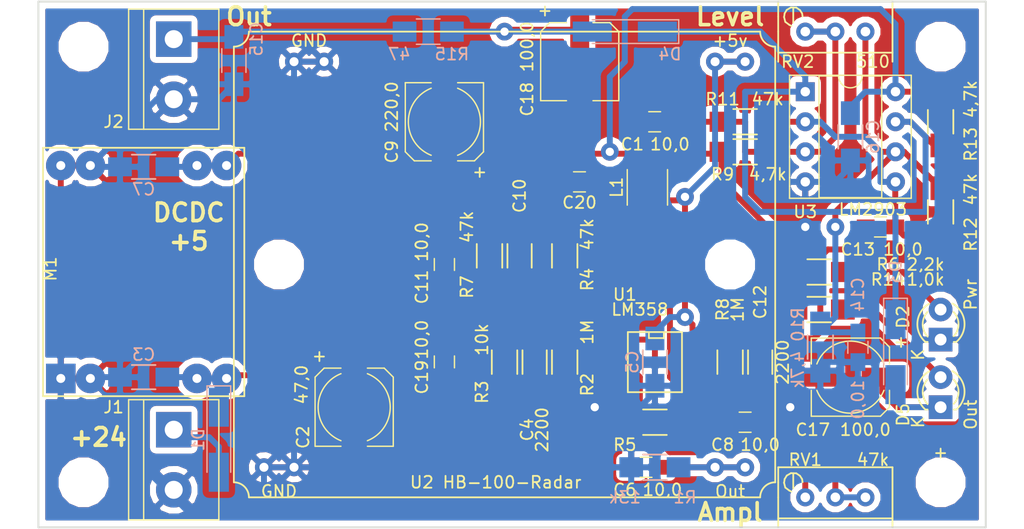
<source format=kicad_pcb>
(kicad_pcb (version 20171130) (host pcbnew "(5.0.0)")
  (layers (0 F.Cu signal) (31 B.Cu signal) (34 B.Paste user) (35 F.Paste user) (36 B.SilkS user) (37 F.SilkS user) (38 B.Mask user) (39 F.Mask user) (44 Edge.Cuts user))
  (net 0 "")
  (net 1 "Net-(C1-Pad1)")
  (net 2 "Net-(C2-Pad1)")
  (net 3 GND)
  (net 4 "Net-(C4-Pad1)")
  (net 5 "Net-(C4-Pad2)")
  (net 6 +5V)
  (net 7 "Net-(C6-Pad1)")
  (net 8 "Net-(C12-Pad2)")
  (net 9 "Net-(C8-Pad2)")
  (net 10 "Net-(C10-Pad2)")
  (net 11 "Net-(C12-Pad1)")
  (net 12 "Net-(C13-Pad1)")
  (net 13 "Net-(C14-Pad1)")
  (net 14 "Net-(C15-Pad1)")
  (net 15 "Net-(C17-Pad1)")
  (net 16 "Net-(D1-Pad2)")
  (net 17 "Net-(D3-Pad1)")
  (net 18 "Net-(D5-Pad2)")
  (net 19 "Net-(C18-Pad1)")
  (net 20 "Net-(C6-Pad2)")
  (net 21 "Net-(C19-Pad2)")
  (net 22 "Net-(D2-Pad2)")
  (net 23 "Net-(C20-Pad1)")
  (module Capacitors_SMD:C_0805_HandSoldering (layer F.Cu) (at 198.1 69.85 180)
    (fp_text reference C20 (at 0 -1.75 180) (layer F.SilkS))
    (fp_text value 10,0)
    (pad 1 smd rect (at -1.25 0 180) (size 1.5 1.25) (layers F.Cu F.Paste F.Mask) (net 23 "Net-(C20-Pad1)"))
    (pad 2 smd rect (at 1.25 0 180) (size 1.5 1.25) (layers F.Cu F.Paste F.Mask) (net 3 GND))
  )
  (module Inductor_SMD:L_Neosid_SMS-ME3015 (layer F.Cu) (at 203.835 70.315 90)
    (fp_text reference L1 (at 0 -2.6 90) (layer F.SilkS))
    (fp_text value "100uH CD32")
    (pad 1 smd rect (at -1.1 0 90) (size 1 2.7) (layers F.Cu F.Paste F.Mask) (net 23 "Net-(C20-Pad1)"))
    (pad 2 smd rect (at 1.1 0 90) (size 1 2.7) (layers F.Cu F.Paste F.Mask) (net 6 +5V))
  )
  (module Diodes_SMD:D_MiniMELF_Handsoldering (layer B.Cu) (at 201.93 57.15 180)
    (fp_text reference D4 (at -3.81 -1.905 180) (layer B.SilkS) (effects (justify mirror)))
    (fp_text value 1n4148)
    (pad 2 smd rect (at 2.75 0 180) (size 3.3 1.7) (layers B.Cu B.Paste B.Mask) (net 19 "Net-(C18-Pad1)"))
    (pad 1 smd rect (at -2.75 0 180) (size 3.3 1.7) (layers B.Cu B.Paste B.Mask) (net 17 "Net-(D3-Pad1)"))
  )
  (module Diodes_SMD:D_MiniMELF_Handsoldering (layer B.Cu) (at 224.79 84.245 270)
    (fp_text reference D3 (at -6.775 0 270) (layer B.SilkS) (effects (justify mirror)))
    (fp_text value 1n4148)
    (pad 1 smd rect (at -2.75 0 270) (size 3.3 1.7) (layers B.Cu B.Paste B.Mask) (net 17 "Net-(D3-Pad1)"))
    (pad 2 smd rect (at 2.75 0 270) (size 3.3 1.7) (layers B.Cu B.Paste B.Mask) (net 15 "Net-(C17-Pad1)"))
  )
  (module Diodes_SMD:D_MiniMELF_Handsoldering (layer B.Cu) (at 167.64 91.65 270)
    (fp_text reference D1 (at 0 1.75 270) (layer B.SilkS) (effects (justify mirror)))
    (fp_text value 1n4148)
    (pad 1 smd rect (at -2.75 0 270) (size 3.3 1.7) (layers B.Cu B.Paste B.Mask) (net 2 "Net-(C2-Pad1)"))
    (pad 2 smd rect (at 2.75 0 270) (size 3.3 1.7) (layers B.Cu B.Paste B.Mask) (net 16 "Net-(D1-Pad2)"))
  )
  (module TerminalBlock:TerminalBlock_bornier-2_P5.08mm (layer F.Cu) (at 163.83 90.805 270)
    (fp_text reference J1 (at -1.905 5.08) (layer F.SilkS))
    (fp_text value Power)
    (pad 2 thru_hole circle (at 5.08 0 270) (size 3 3) (drill 1.52) (layers *.Cu *.Mask) (net 3 GND))
    (pad 1 thru_hole rect (at 0 0 270) (size 3 3) (drill 1.52) (layers *.Cu *.Mask) (net 16 "Net-(D1-Pad2)"))
  )
  (module TerminalBlock:TerminalBlock_bornier-2_P5.08mm (layer F.Cu) (at 163.83 57.785 270)
    (fp_text reference J2 (at 6.985 5.08) (layer F.SilkS))
    (fp_text value Out)
    (pad 1 thru_hole rect (at 0 0 270) (size 3 3) (drill 1.52) (layers *.Cu *.Mask) (net 14 "Net-(C15-Pad1)"))
    (pad 2 thru_hole circle (at 5.08 0 270) (size 3 3) (drill 1.52) (layers *.Cu *.Mask) (net 3 GND))
  )
  (module LEDs:LED-3MM (layer F.Cu) (at 228.6 83.185 90)
    (fp_text reference D2 (at 1.91 -3.175 90) (layer F.SilkS))
    (fp_text value Pwr (at 3.81 2.54 90) (layer F.SilkS))
    (fp_text user K (at -1.27 -1.905 90) (layer F.SilkS))
    (pad 1 thru_hole rect (at 0 0 180) (size 2 2) (drill 1.00076) (layers *.Cu *.Mask) (net 3 GND))
    (pad 2 thru_hole circle (at 2.54 0 90) (size 2 2) (drill 1.00076) (layers *.Cu *.Mask) (net 22 "Net-(D2-Pad2)"))
  )
  (module MountingHole:MountingHole_3.2mm_M3 (layer F.Cu) (at 172.72 76.835)
    (fp_text reference MH6 hide)
    (fp_text value MountingHole)
    (pad 1 np_thru_hole circle (at 0 0) (size 3.2 3.2) (drill 3.2) (layers *.Cu *.Mask))
  )
  (module MountingHole:MountingHole_3.2mm_M3 (layer F.Cu) (at 210.82 76.835)
    (fp_text reference MH5 hide)
    (fp_text value MountingHole)
    (pad 1 np_thru_hole circle (at 0 0) (size 3.2 3.2) (drill 3.2) (layers *.Cu *.Mask))
  )
  (module MountingHole:MountingHole_3.2mm_M3 (layer F.Cu) (at 228.6 58.42)
    (fp_text reference MH4 hide)
    (fp_text value MountingHole)
    (pad 1 np_thru_hole circle (at 0 0) (size 3.2 3.2) (drill 3.2) (layers *.Cu *.Mask))
  )
  (module MountingHole:MountingHole_3.2mm_M3 (layer F.Cu) (at 228.6 95.25)
    (fp_text reference MH3 hide)
    (fp_text value MountingHole)
    (pad 1 np_thru_hole circle (at 0 0) (size 3.2 3.2) (drill 3.2) (layers *.Cu *.Mask))
  )
  (module MountingHole:MountingHole_3.2mm_M3 (layer F.Cu) (at 156.21 58.42)
    (fp_text reference MH1 hide)
    (fp_text value MountingHole)
    (pad 1 np_thru_hole circle (at 0 0) (size 3.2 3.2) (drill 3.2) (layers *.Cu *.Mask))
  )
  (module MountingHole:MountingHole_3.2mm_M3 (layer F.Cu) (at 156.21 95.25)
    (fp_text reference MH2 hide)
    (fp_text value MountingHole)
    (pad 1 np_thru_hole circle (at 0 0) (size 3.2 3.2) (drill 3.2) (layers *.Cu *.Mask))
  )
  (module Capacitors_SMD:C_0805_HandSoldering (layer F.Cu) (at 186.69 76.835 270)
    (fp_text reference C11 (at 1.905 1.905 270) (layer F.SilkS))
    (fp_text value 10,0 (at -1.905 1.905 270) (layer F.SilkS))
    (pad 1 smd rect (at -1.25 0 270) (size 1.5 1.25) (layers F.Cu F.Paste F.Mask) (net 3 GND))
    (pad 2 smd rect (at 1.25 0 270) (size 1.5 1.25) (layers F.Cu F.Paste F.Mask) (net 10 "Net-(C10-Pad2)"))
  )
  (module dz_lib:HB-100-Radar (layer F.Cu) (at 173.99 93.98)
    (fp_text reference U2 (at 10.795 1.27) (layer F.SilkS))
    (fp_text value HB-100-Radar (at 18.415 1.27) (layer F.SilkS))
    (fp_text user Out (at 36.83 2.032) (layer F.SilkS))
    (fp_text user GND (at -1.27 2.032) (layer F.SilkS))
    (fp_text user +5v (at 36.83 -36.068) (layer F.SilkS))
    (fp_text user GND (at 1.27 -36.068) (layer F.SilkS))
    (pad 1 thru_hole circle (at -2.54 0) (size 1.524 1.524) (drill 0.762) (layers *.Cu *.Mask) (net 3 GND))
    (pad 2 thru_hole circle (at 0 0) (size 1.524 1.524) (drill 0.762) (layers *.Cu *.Mask) (net 3 GND))
    (pad 3 thru_hole circle (at 0 -34.29) (size 1.524 1.524) (drill 0.762) (layers *.Cu *.Mask) (net 3 GND))
    (pad 4 thru_hole circle (at 2.54 -34.29) (size 1.524 1.524) (drill 0.762) (layers *.Cu *.Mask) (net 3 GND))
    (pad 5 thru_hole circle (at 35.56 0) (size 1.524 1.524) (drill 0.762) (layers *.Cu *.Mask) (net 20 "Net-(C6-Pad2)"))
    (pad 6 thru_hole circle (at 38.1 0) (size 1.524 1.524) (drill 0.762) (layers *.Cu *.Mask) (net 20 "Net-(C6-Pad2)"))
    (pad 7 thru_hole circle (at 35.56 -34.29) (size 1.524 1.524) (drill 0.762) (layers *.Cu *.Mask) (net 23 "Net-(C20-Pad1)"))
    (pad 8 thru_hole circle (at 38.1 -34.29) (size 1.524 1.524) (drill 0.762) (layers *.Cu *.Mask) (net 23 "Net-(C20-Pad1)"))
  )
  (module Capacitors_SMD:C_0805_HandSoldering (layer B.Cu) (at 221.615 83.84 270)
    (fp_text reference C14 (at -4.465 0 270) (layer B.SilkS) (effects (justify mirror)))
    (fp_text value 10,0 (at 4.425 0 270) (layer B.SilkS) (effects (justify mirror)))
    (pad 2 smd rect (at 1.25 0 270) (size 1.5 1.25) (layers B.Cu B.Paste B.Mask) (net 3 GND))
    (pad 1 smd rect (at -1.25 0 270) (size 1.5 1.25) (layers B.Cu B.Paste B.Mask) (net 13 "Net-(C14-Pad1)"))
  )
  (module Capacitors_SMD:C_0805_HandSoldering (layer F.Cu) (at 203.72 93.98)
    (fp_text reference C6 (at -1.79 1.905) (layer F.SilkS))
    (fp_text value 10,0 (at 1.385 1.905) (layer F.SilkS))
    (pad 1 smd rect (at -1.25 0) (size 1.5 1.25) (layers F.Cu F.Paste F.Mask) (net 7 "Net-(C6-Pad1)"))
    (pad 2 smd rect (at 1.25 0) (size 1.5 1.25) (layers F.Cu F.Paste F.Mask) (net 20 "Net-(C6-Pad2)"))
  )
  (module Capacitors_SMD:C_0805_HandSoldering (layer F.Cu) (at 186.69 85.07 90)
    (fp_text reference C19 (at -1.29 -1.905 90) (layer F.SilkS))
    (fp_text value 10,0 (at 1.885 -1.905 90) (layer F.SilkS))
    (pad 2 smd rect (at 1.25 0 90) (size 1.5 1.25) (layers F.Cu F.Paste F.Mask) (net 21 "Net-(C19-Pad2)"))
    (pad 1 smd rect (at -1.25 0 90) (size 1.5 1.25) (layers F.Cu F.Paste F.Mask) (net 3 GND))
  )
  (module Capacitors_SMD:C_0805_HandSoldering (layer F.Cu) (at 204.45 64.77 180)
    (fp_text reference C1 (at 1.885 -1.905 180) (layer F.SilkS))
    (fp_text value 10,0 (at -1.29 -1.905 180) (layer F.SilkS))
    (pad 1 smd rect (at -1.25 0 180) (size 1.5 1.25) (layers F.Cu F.Paste F.Mask) (net 1 "Net-(C1-Pad1)"))
    (pad 2 smd rect (at 1.25 0 180) (size 1.5 1.25) (layers F.Cu F.Paste F.Mask) (net 3 GND))
  )
  (module Capacitors_SMD:C_1206_HandSoldering (layer B.Cu) (at 168.91 59.595 270)
    (fp_text reference C15 (at -1.81 -1.905 270) (layer B.SilkS) (effects (justify mirror)))
    (fp_text value 0,1)
    (pad 1 smd rect (at -2 0 270) (size 2 1.6) (layers B.Cu B.Paste B.Mask) (net 14 "Net-(C15-Pad1)"))
    (pad 2 smd rect (at 2 0 270) (size 2 1.6) (layers B.Cu B.Paste B.Mask) (net 3 GND))
  )
  (module Resistors_SMD:R_1206_HandSoldering (layer B.Cu) (at 185.325 57.15)
    (fp_text reference R15 (at 2 1.905) (layer B.SilkS) (effects (justify mirror)))
    (fp_text value 47 (at -2.445 1.905) (layer B.SilkS) (effects (justify mirror)))
    (pad 1 smd rect (at -2 0) (size 2 1.7) (layers B.Cu B.Paste B.Mask) (net 14 "Net-(C15-Pad1)"))
    (pad 2 smd rect (at 2 0) (size 2 1.7) (layers B.Cu B.Paste B.Mask) (net 19 "Net-(C18-Pad1)"))
  )
  (module Resistors_SMD:R_1206_HandSoldering (layer F.Cu) (at 228.6 72.39 90)
    (fp_text reference R12 (at -1.905 2.54 90) (layer F.SilkS))
    (fp_text value 47k (at 1.905 2.54 90) (layer F.SilkS))
    (pad 1 smd rect (at -2 0 90) (size 2 1.7) (layers F.Cu F.Paste F.Mask) (net 12 "Net-(C13-Pad1)"))
    (pad 2 smd rect (at 2 0 90) (size 2 1.7) (layers F.Cu F.Paste F.Mask) (net 13 "Net-(C14-Pad1)"))
  )
  (module Capacitors_SMD:CP_Elec_6.3x7.7 (layer F.Cu) (at 186.69 64.77 90)
    (fp_text reference C9 (at -2.54 -4.445 90) (layer F.SilkS))
    (fp_text value 220,0 (at 1.27 -4.445 90) (layer F.SilkS))
    (fp_text user + (at -4.2799 2.9083 90) (layer F.SilkS))
    (pad 1 smd rect (at -2.7 0 270) (size 3.5 1.6) (layers F.Cu F.Paste F.Mask) (net 6 +5V))
    (pad 2 smd rect (at 2.7 0 270) (size 3.5 1.6) (layers F.Cu F.Paste F.Mask) (net 3 GND))
  )
  (module Capacitors_SMD:C_1206_HandSoldering (layer B.Cu) (at 161.29 86.36 180)
    (fp_text reference C3 (at 0 1.905 180) (layer B.SilkS) (effects (justify mirror)))
    (fp_text value 0,1 hide)
    (pad 1 smd rect (at -2 0 180) (size 2 1.6) (layers B.Cu B.Paste B.Mask) (net 2 "Net-(C2-Pad1)"))
    (pad 2 smd rect (at 2 0 180) (size 2 1.6) (layers B.Cu B.Paste B.Mask) (net 3 GND))
  )
  (module Capacitors_SMD:C_1206_HandSoldering (layer F.Cu) (at 194.31 85.09 270)
    (fp_text reference C4 (at 5.715 0.635 270) (layer F.SilkS))
    (fp_text value 2200 (at 5.715 -0.635 270) (layer F.SilkS))
    (pad 1 smd rect (at -2 0 270) (size 2 1.6) (layers F.Cu F.Paste F.Mask) (net 4 "Net-(C4-Pad1)"))
    (pad 2 smd rect (at 2 0 270) (size 2 1.6) (layers F.Cu F.Paste F.Mask) (net 5 "Net-(C4-Pad2)"))
  )
  (module Capacitors_SMD:C_1206_HandSoldering (layer B.Cu) (at 204.47 85.09 270)
    (fp_text reference C5 (at 0 1.905 270) (layer B.SilkS) (effects (justify mirror)))
    (fp_text value 0,1 hide)
    (pad 1 smd rect (at -2 0 270) (size 2 1.6) (layers B.Cu B.Paste B.Mask) (net 23 "Net-(C20-Pad1)"))
    (pad 2 smd rect (at 2 0 270) (size 2 1.6) (layers B.Cu B.Paste B.Mask) (net 3 GND))
  )
  (module Capacitors_SMD:C_1206_HandSoldering (layer B.Cu) (at 161.29 68.58 180)
    (fp_text reference C7 (at 0 -1.905 180) (layer B.SilkS) (effects (justify mirror)))
    (fp_text value 0,1 hide)
    (pad 1 smd rect (at -2 0 180) (size 2 1.6) (layers B.Cu B.Paste B.Mask) (net 6 +5V))
    (pad 2 smd rect (at 2 0 180) (size 2 1.6) (layers B.Cu B.Paste B.Mask) (net 3 GND))
  )
  (module Capacitors_SMD:C_1206_HandSoldering (layer F.Cu) (at 193.04 76.105 270)
    (fp_text reference C10 (at -5.08 0 270) (layer F.SilkS))
    (fp_text value 0,1 hide)
    (pad 1 smd rect (at -2 0 270) (size 2 1.6) (layers F.Cu F.Paste F.Mask) (net 3 GND))
    (pad 2 smd rect (at 2 0 270) (size 2 1.6) (layers F.Cu F.Paste F.Mask) (net 10 "Net-(C10-Pad2)"))
  )
  (module Capacitors_SMD:C_1206_HandSoldering (layer F.Cu) (at 213.36 85.09 270)
    (fp_text reference C12 (at -5.08 0 270) (layer F.SilkS))
    (fp_text value 2200 (at 0 -1.905 270) (layer F.SilkS))
    (pad 1 smd rect (at -2 0 270) (size 2 1.6) (layers F.Cu F.Paste F.Mask) (net 11 "Net-(C12-Pad1)"))
    (pad 2 smd rect (at 2 0 270) (size 2 1.6) (layers F.Cu F.Paste F.Mask) (net 8 "Net-(C12-Pad2)"))
  )
  (module Capacitors_SMD:C_1206_HandSoldering (layer B.Cu) (at 220.98 66.04 90)
    (fp_text reference C16 (at 0 1.905 90) (layer B.SilkS) (effects (justify mirror)))
    (fp_text value 0,1 hide)
    (pad 1 smd rect (at -2 0 90) (size 2 1.6) (layers B.Cu B.Paste B.Mask) (net 3 GND))
    (pad 2 smd rect (at 2 0 90) (size 2 1.6) (layers B.Cu B.Paste B.Mask) (net 6 +5V))
  )
  (module LEDs:LED-3MM (layer F.Cu) (at 228.6 88.9 90)
    (fp_text reference D5 (at -0.635 -3.175 90) (layer F.SilkS))
    (fp_text value Out (at -0.635 2.54 90) (layer F.SilkS))
    (fp_text user K (at -1.27 -1.905 90) (layer F.SilkS))
    (pad 1 thru_hole rect (at 0 0 180) (size 2 2) (drill 1.00076) (layers *.Cu *.Mask) (net 15 "Net-(C17-Pad1)"))
    (pad 2 thru_hole circle (at 2.54 0 90) (size 2 2) (drill 1.00076) (layers *.Cu *.Mask) (net 18 "Net-(D5-Pad2)"))
  )
  (module Resistors_SMD:R_1206_HandSoldering (layer B.Cu) (at 204.47 93.98 180)
    (fp_text reference R1 (at -2.54 -2.54 180) (layer B.SilkS) (effects (justify mirror)))
    (fp_text value 13k (at 2.54 -2.54 180) (layer B.SilkS) (effects (justify mirror)))
    (pad 1 smd rect (at -2 0 180) (size 2 1.7) (layers B.Cu B.Paste B.Mask) (net 20 "Net-(C6-Pad2)"))
    (pad 2 smd rect (at 2 0 180) (size 2 1.7) (layers B.Cu B.Paste B.Mask) (net 3 GND))
  )
  (module Resistors_SMD:R_1206_HandSoldering (layer F.Cu) (at 196.85 85.09 270)
    (fp_text reference R2 (at 1.905 -1.905 270) (layer F.SilkS))
    (fp_text value 1M (at -2.54 -1.905 270) (layer F.SilkS))
    (pad 1 smd rect (at -2 0 270) (size 2 1.7) (layers F.Cu F.Paste F.Mask) (net 4 "Net-(C4-Pad1)"))
    (pad 2 smd rect (at 2 0 270) (size 2 1.7) (layers F.Cu F.Paste F.Mask) (net 5 "Net-(C4-Pad2)"))
  )
  (module Resistors_SMD:R_1206_HandSoldering (layer F.Cu) (at 191.77 85.09 270)
    (fp_text reference R3 (at 2.54 1.905 270) (layer F.SilkS))
    (fp_text value 10k (at -1.905 1.905 270) (layer F.SilkS))
    (pad 1 smd rect (at -2 0 270) (size 2 1.7) (layers F.Cu F.Paste F.Mask) (net 21 "Net-(C19-Pad2)"))
    (pad 2 smd rect (at 2 0 270) (size 2 1.7) (layers F.Cu F.Paste F.Mask) (net 5 "Net-(C4-Pad2)"))
  )
  (module Resistors_SMD:R_1206_HandSoldering (layer F.Cu) (at 196.85 76.105 90)
    (fp_text reference R4 (at -2 1.905 90) (layer F.SilkS))
    (fp_text value 47k (at 1.81 1.905 90) (layer F.SilkS))
    (pad 1 smd rect (at -2 0 90) (size 2 1.7) (layers F.Cu F.Paste F.Mask) (net 10 "Net-(C10-Pad2)"))
    (pad 2 smd rect (at 2 0 90) (size 2 1.7) (layers F.Cu F.Paste F.Mask) (net 23 "Net-(C20-Pad1)"))
  )
  (module Resistors_SMD:R_1206_HandSoldering (layer F.Cu) (at 204.47 90.17 180)
    (fp_text reference R5 (at 2.54 -1.905 180) (layer F.SilkS))
    (fp_text value 200k hide)
    (pad 1 smd rect (at -2 0 180) (size 2 1.7) (layers F.Cu F.Paste F.Mask) (net 10 "Net-(C10-Pad2)"))
    (pad 2 smd rect (at 2 0 180) (size 2 1.7) (layers F.Cu F.Paste F.Mask) (net 7 "Net-(C6-Pad1)"))
  )
  (module Resistors_SMD:R_1206_HandSoldering (layer F.Cu) (at 218.345 77.47 180)
    (fp_text reference R6 (at -5.81 0.635 180) (layer F.SilkS))
    (fp_text value 2,2k (at -8.985 0.635 180) (layer F.SilkS))
    (pad 1 smd rect (at -2 0 180) (size 2 1.7) (layers F.Cu F.Paste F.Mask) (net 22 "Net-(D2-Pad2)"))
    (pad 2 smd rect (at 2 0 180) (size 2 1.7) (layers F.Cu F.Paste F.Mask) (net 6 +5V))
  )
  (module Resistors_SMD:R_1206_HandSoldering (layer F.Cu) (at 190.5 76.105 270)
    (fp_text reference R7 (at 2.635 1.905 270) (layer F.SilkS))
    (fp_text value 47k (at -2.445 1.905 270) (layer F.SilkS))
    (pad 1 smd rect (at -2 0 270) (size 2 1.7) (layers F.Cu F.Paste F.Mask) (net 3 GND))
    (pad 2 smd rect (at 2 0 270) (size 2 1.7) (layers F.Cu F.Paste F.Mask) (net 10 "Net-(C10-Pad2)"))
  )
  (module Resistors_SMD:R_1206_HandSoldering (layer F.Cu) (at 210.82 85.09 270)
    (fp_text reference R8 (at -4.445 0.635 270) (layer F.SilkS))
    (fp_text value 1M (at -4.445 -0.635 270) (layer F.SilkS))
    (pad 1 smd rect (at -2 0 270) (size 2 1.7) (layers F.Cu F.Paste F.Mask) (net 11 "Net-(C12-Pad1)"))
    (pad 2 smd rect (at 2 0 270) (size 2 1.7) (layers F.Cu F.Paste F.Mask) (net 8 "Net-(C12-Pad2)"))
  )
  (module Resistors_SMD:R_1206_HandSoldering (layer F.Cu) (at 212.09 67.31)
    (fp_text reference R9 (at -1.905 1.905) (layer F.SilkS))
    (fp_text value 4,7k (at 1.905 1.905) (layer F.SilkS))
    (pad 1 smd rect (at -2 0) (size 2 1.7) (layers F.Cu F.Paste F.Mask) (net 6 +5V))
    (pad 2 smd rect (at 2 0) (size 2 1.7) (layers F.Cu F.Paste F.Mask) (net 1 "Net-(C1-Pad1)"))
  )
  (module Resistors_SMD:R_1206_HandSoldering (layer B.Cu) (at 218.44 83.82 270)
    (fp_text reference R10 (at -1.905 1.905 270) (layer B.SilkS) (effects (justify mirror)))
    (fp_text value 4,7k (at 1.905 1.905 270) (layer B.SilkS) (effects (justify mirror)))
    (pad 1 smd rect (at -2 0 270) (size 2 1.7) (layers B.Cu B.Paste B.Mask) (net 13 "Net-(C14-Pad1)"))
    (pad 2 smd rect (at 2 0 270) (size 2 1.7) (layers B.Cu B.Paste B.Mask) (net 3 GND))
  )
  (module Resistors_SMD:R_1206_HandSoldering (layer F.Cu) (at 212.09 64.77 180)
    (fp_text reference R11 (at 1.905 1.905 180) (layer F.SilkS))
    (fp_text value 47k (at -1.905 1.905 180) (layer F.SilkS))
    (pad 1 smd rect (at -2 0 180) (size 2 1.7) (layers F.Cu F.Paste F.Mask) (net 12 "Net-(C13-Pad1)"))
    (pad 2 smd rect (at 2 0 180) (size 2 1.7) (layers F.Cu F.Paste F.Mask) (net 1 "Net-(C1-Pad1)"))
  )
  (module Resistors_SMD:R_1206_HandSoldering (layer F.Cu) (at 228.6 64.77 270)
    (fp_text reference R13 (at 1.905 -2.54 270) (layer F.SilkS))
    (fp_text value 4,7k (at -1.905 -2.54 270) (layer F.SilkS))
    (pad 1 smd rect (at -2 0 270) (size 2 1.7) (layers F.Cu F.Paste F.Mask) (net 6 +5V))
    (pad 2 smd rect (at 2 0 270) (size 2 1.7) (layers F.Cu F.Paste F.Mask) (net 17 "Net-(D3-Pad1)"))
  )
  (module Resistors_SMD:R_1206_HandSoldering (layer F.Cu) (at 218.345 80.645)
    (fp_text reference R14 (at 5.81 -2.54) (layer F.SilkS))
    (fp_text value 1,0k (at 8.985 -2.54) (layer F.SilkS))
    (pad 1 smd rect (at -2 0) (size 2 1.7) (layers F.Cu F.Paste F.Mask) (net 6 +5V))
    (pad 2 smd rect (at 2 0) (size 2 1.7) (layers F.Cu F.Paste F.Mask) (net 18 "Net-(D5-Pad2)"))
  )
  (module Capacitors_SMD:CP_Elec_6.3x5.3 (layer F.Cu) (at 179.07 88.9 270)
    (fp_text reference C2 (at 2.54 4.318 270) (layer F.SilkS))
    (fp_text value 47,0 (at -1.905 4.445 270) (layer F.SilkS))
    (fp_text user + (at -4.2799 3.0099 270) (layer F.SilkS))
    (pad 1 smd rect (at -2.7 0 90) (size 3.5 1.6) (layers F.Cu F.Paste F.Mask) (net 2 "Net-(C2-Pad1)"))
    (pad 2 smd rect (at 2.7 0 90) (size 3.5 1.6) (layers F.Cu F.Paste F.Mask) (net 3 GND))
  )
  (module Capacitors_SMD:CP_Elec_6.3x5.3 (layer F.Cu) (at 220.98 86.36 180)
    (fp_text reference C17 (at 3.175 -4.445 180) (layer F.SilkS))
    (fp_text value 100,0 (at -1.27 -4.445 180) (layer F.SilkS))
    (fp_text user + (at -4.2799 3.0099 180) (layer F.SilkS))
    (pad 1 smd rect (at -2.7 0) (size 3.5 1.6) (layers F.Cu F.Paste F.Mask) (net 15 "Net-(C17-Pad1)"))
    (pad 2 smd rect (at 2.7 0) (size 3.5 1.6) (layers F.Cu F.Paste F.Mask) (net 3 GND))
  )
  (module Potentiometers:Potentiometer_Bourns_3296W_3-8Zoll_Inline_ScrewUp (layer F.Cu) (at 217.17 96.52 270)
    (fp_text reference RV1 (at -3.175 0) (layer F.SilkS))
    (fp_text value 47k (at -3.175 -5.715) (layer F.SilkS))
    (pad 2 thru_hole circle (at 0 -2.54 270) (size 1.524 1.524) (drill 0.8128) (layers *.Cu *.Mask) (net 9 "Net-(C8-Pad2)"))
    (pad 3 thru_hole circle (at 0 -5.08 270) (size 1.524 1.524) (drill 0.8128) (layers *.Cu *.Mask) (net 9 "Net-(C8-Pad2)"))
    (pad 1 thru_hole circle (at 0 0 270) (size 1.524 1.524) (drill 0.8128) (layers *.Cu *.Mask) (net 4 "Net-(C4-Pad1)"))
  )
  (module Potentiometers:Potentiometer_Bourns_3296W_3-8Zoll_Inline_ScrewUp (layer F.Cu) (at 217.17 57.15 270)
    (fp_text reference RV2 (at 2.54 0.635) (layer F.SilkS))
    (fp_text value 510 (at 2.54 -5.715) (layer F.SilkS))
    (pad 2 thru_hole circle (at 0 -2.54 270) (size 1.524 1.524) (drill 0.8128) (layers *.Cu *.Mask) (net 1 "Net-(C1-Pad1)"))
    (pad 3 thru_hole circle (at 0 -5.08 270) (size 1.524 1.524) (drill 0.8128) (layers *.Cu *.Mask) (net 13 "Net-(C14-Pad1)"))
    (pad 1 thru_hole circle (at 0 0 270) (size 1.524 1.524) (drill 0.8128) (layers *.Cu *.Mask) (net 1 "Net-(C1-Pad1)"))
  )
  (module Capacitors_SMD:CP_Elec_6.3x5.3 (layer F.Cu) (at 198.12 59.69 270)
    (fp_text reference C18 (at 3.175 4.445 270) (layer F.SilkS))
    (fp_text value 100,0 (at -1.27 4.445 270) (layer F.SilkS))
    (fp_text user + (at -4.28 3.01 270) (layer F.SilkS))
    (pad 1 smd rect (at -2.7 0 90) (size 3.5 1.6) (layers F.Cu F.Paste F.Mask) (net 19 "Net-(C18-Pad1)"))
    (pad 2 smd rect (at 2.7 0 90) (size 3.5 1.6) (layers F.Cu F.Paste F.Mask) (net 3 GND))
  )
  (module dz_lib:dcdc5v (layer F.Cu) (at 161.29 77.47 90)
    (fp_text reference M1 (at 0.254 -7.874 90) (layer F.SilkS))
    (fp_text value dcdc5v)
    (pad 1 thru_hole rect (at -9 -7 90) (size 2.5 2.5) (drill 0.762) (layers *.Cu *.Mask) (net 3 GND))
    (pad 2 thru_hole circle (at -9 7 90) (size 2.5 2.5) (drill 0.762) (layers *.Cu *.Mask) (net 2 "Net-(C2-Pad1)"))
    (pad 3 thru_hole circle (at 9 7 90) (size 2.5 2.5) (drill 0.762) (layers *.Cu *.Mask) (net 6 +5V))
    (pad 4 thru_hole circle (at 9 -7 90) (size 2.5 2.5) (drill 0.762) (layers *.Cu *.Mask) (net 3 GND))
    (pad 1 thru_hole circle (at -9 -4.5 90) (size 2.5 2.5) (drill 0.762) (layers *.Cu *.Mask) (net 3 GND))
    (pad 2 thru_hole circle (at -9 4.5 90) (size 2.5 2.5) (drill 0.762) (layers *.Cu *.Mask) (net 2 "Net-(C2-Pad1)"))
    (pad 3 thru_hole circle (at 9 4.5 90) (size 2.5 2.5) (drill 0.762) (layers *.Cu *.Mask) (net 6 +5V))
    (pad 4 thru_hole circle (at 9 -4.5 90) (size 2.5 2.5) (drill 0.762) (layers *.Cu *.Mask) (net 3 GND))
  )
  (module SMD_Packages:SOIC-8-N (layer F.Cu) (at 204.47 85.09 270)
    (fp_text reference U1 (at -5.715 2.54) (layer F.SilkS))
    (fp_text value LM358 (at -4.445 1.27) (layer F.SilkS))
    (pad 8 smd rect (at -1.905 -3.175 270) (size 0.508 1.143) (layers F.Cu F.Paste F.Mask) (net 23 "Net-(C20-Pad1)"))
    (pad 7 smd rect (at -0.635 -3.175 270) (size 0.508 1.143) (layers F.Cu F.Paste F.Mask) (net 11 "Net-(C12-Pad1)"))
    (pad 6 smd rect (at 0.635 -3.175 270) (size 0.508 1.143) (layers F.Cu F.Paste F.Mask) (net 8 "Net-(C12-Pad2)"))
    (pad 5 smd rect (at 1.905 -3.175 270) (size 0.508 1.143) (layers F.Cu F.Paste F.Mask) (net 10 "Net-(C10-Pad2)"))
    (pad 4 smd rect (at 1.905 3.175 270) (size 0.508 1.143) (layers F.Cu F.Paste F.Mask) (net 3 GND))
    (pad 3 smd rect (at 0.635 3.175 270) (size 0.508 1.143) (layers F.Cu F.Paste F.Mask) (net 7 "Net-(C6-Pad1)"))
    (pad 2 smd rect (at -0.635 3.175 270) (size 0.508 1.143) (layers F.Cu F.Paste F.Mask) (net 5 "Net-(C4-Pad2)"))
    (pad 1 smd rect (at -1.905 3.175 270) (size 0.508 1.143) (layers F.Cu F.Paste F.Mask) (net 4 "Net-(C4-Pad1)"))
  )
  (module Housings_DIP:DIP-8_W7.62mm_Socket (layer F.Cu) (at 217.17 62.23)
    (fp_text reference U3 (at 0 10.16) (layer F.SilkS))
    (fp_text value LM2903 (at 5.715 9.95) (layer F.SilkS))
    (pad 1 thru_hole rect (at 0 0) (size 1.6 1.6) (drill 0.8) (layers *.Cu *.Mask) (net 17 "Net-(D3-Pad1)"))
    (pad 5 thru_hole oval (at 7.62 7.62) (size 1.6 1.6) (drill 0.8) (layers *.Cu *.Mask) (net 12 "Net-(C13-Pad1)"))
    (pad 2 thru_hole oval (at 0 2.54) (size 1.6 1.6) (drill 0.8) (layers *.Cu *.Mask) (net 12 "Net-(C13-Pad1)"))
    (pad 6 thru_hole oval (at 7.62 5.08) (size 1.6 1.6) (drill 0.8) (layers *.Cu *.Mask) (net 13 "Net-(C14-Pad1)"))
    (pad 3 thru_hole oval (at 0 5.08) (size 1.6 1.6) (drill 0.8) (layers *.Cu *.Mask) (net 1 "Net-(C1-Pad1)"))
    (pad 7 thru_hole oval (at 7.62 2.54) (size 1.6 1.6) (drill 0.8) (layers *.Cu *.Mask) (net 17 "Net-(D3-Pad1)"))
    (pad 4 thru_hole oval (at 0 7.62) (size 1.6 1.6) (drill 0.8) (layers *.Cu *.Mask) (net 3 GND))
    (pad 8 thru_hole oval (at 7.62 0) (size 1.6 1.6) (drill 0.8) (layers *.Cu *.Mask) (net 6 +5V))
  )
  (module Capacitors_SMD:C_0805_HandSoldering (layer F.Cu) (at 223.52 73.66 180)
    (fp_text reference C13 (at 1.905 -1.905 180) (layer F.SilkS))
    (fp_text value 10,0 (at -1.905 -1.905 180) (layer F.SilkS))
    (pad 1 smd rect (at -1.25 0 180) (size 1.5 1.25) (layers F.Cu F.Paste F.Mask) (net 12 "Net-(C13-Pad1)"))
    (pad 2 smd rect (at 1.25 0 180) (size 1.5 1.25) (layers F.Cu F.Paste F.Mask) (net 11 "Net-(C12-Pad1)"))
  )
  (module Capacitors_SMD:C_0805_HandSoldering (layer F.Cu) (at 212.09 90.17)
    (fp_text reference C8 (at -1.905 1.905) (layer F.SilkS))
    (fp_text value 10,0 (at 1.27 1.905) (layer F.SilkS))
    (pad 1 smd rect (at -1.25 0) (size 1.5 1.25) (layers F.Cu F.Paste F.Mask) (net 8 "Net-(C12-Pad2)"))
    (pad 2 smd rect (at 1.25 0) (size 1.5 1.25) (layers F.Cu F.Paste F.Mask) (net 9 "Net-(C8-Pad2)"))
  )
  (gr_line (start 152.4 99.06) (end 152.4 54.61) (layer Edge.Cuts) (width 0.15))
  (gr_line (start 232.41 99.06) (end 152.4 99.06) (layer Edge.Cuts) (width 0.15))
  (gr_line (start 232.41 54.61) (end 232.41 99.06) (layer Edge.Cuts) (width 0.15))
  (gr_line (start 152.4 54.61) (end 232.41 54.61) (layer Edge.Cuts) (width 0.15))
  (gr_text + (at 228.6 92.71) (layer F.SilkS) (effects (font (size 1 1))))
  (gr_text "DCDC\n+5" (at 165.1 73.66) (layer F.SilkS) (effects (font (size 1.5 1.5) (thickness 0.3))))
  (gr_text Ampl (at 210.82 97.79) (layer F.SilkS) (effects (font (size 1.5 1.5) (thickness 0.3))))
  (gr_text Level (at 210.82 55.88) (layer F.SilkS) (effects (font (size 1.5 1.5) (thickness 0.3))))
  (gr_text +24 (at 157.48 91.44) (layer F.SilkS) (effects (font (size 1.5 1.5) (thickness 0.3))))
  (gr_text Out (at 170.18 55.88) (layer F.SilkS) (effects (font (size 1.5 1.5) (thickness 0.3))))
  (gr_text +5 (at 182.88 69.85) (layer F.Cu) (effects (font (size 1.5 1.5) (thickness 0.3))))
  (segment (start 201.295 85.725) (end 202.565 85.725) (width 0.5) (layer F.Cu) (net 7))
  (segment (start 203.2 86.36) (end 203.2 89.44) (width 0.5) (layer F.Cu) (net 7))
  (segment (start 202.565 85.725) (end 203.2 86.36) (width 0.5) (layer F.Cu) (net 7))
  (segment (start 203.2 89.44) (end 202.47 90.17) (width 0.5) (layer F.Cu) (net 7))
  (segment (start 209.55 93.98) (end 212.09 93.98) (width 0.5) (layer B.Cu) (net 20))
  (segment (start 209.55 93.98) (end 212.09 93.98) (width 0.5) (layer F.Cu) (net 20))
  (segment (start 206.47 93.98) (end 209.55 93.98) (width 0.5) (layer B.Cu) (net 20))
  (segment (start 165.79 86.47) (end 168.29 86.47) (width 0.5) (layer B.Cu) (net 2))
  (segment (start 179.07 86.2) (end 168.56 86.2) (width 0.5) (layer F.Cu) (net 2))
  (segment (start 168.56 86.2) (end 168.29 86.47) (width 0.5) (layer F.Cu) (net 2))
  (segment (start 163.29 86.36) (end 165.68 86.36) (width 0.5) (layer B.Cu) (net 2))
  (segment (start 165.68 86.36) (end 165.79 86.47) (width 0.5) (layer B.Cu) (net 2))
  (segment (start 171.45 93.98) (end 173.99 93.98) (width 0.5) (layer B.Cu) (net 3))
  (segment (start 173.99 59.69) (end 176.53 59.69) (width 0.5) (layer B.Cu) (net 3))
  (segment (start 171.45 93.98) (end 173.99 93.98) (width 0.5) (layer F.Cu) (net 3))
  (segment (start 173.99 59.69) (end 176.53 59.69) (width 0.5) (layer F.Cu) (net 3))
  (segment (start 221.615 85.07) (end 219.19 85.07) (width 0.5) (layer B.Cu) (net 3))
  (segment (start 219.19 85.07) (end 218.44 85.82) (width 0.5) (layer B.Cu) (net 3))
  (segment (start 215.9 88.9) (end 217.805 88.9) (width 0.5) (layer B.Cu) (net 3))
  (segment (start 218.44 88.265) (end 218.44 85.82) (width 0.5) (layer B.Cu) (net 3))
  (segment (start 217.805 88.9) (end 218.44 88.265) (width 0.5) (layer B.Cu) (net 3))
  (segment (start 173.99 93.98) (end 173.99 83.185) (width 0.5) (layer B.Cu) (net 3))
  (segment (start 173.99 83.185) (end 172.72 81.915) (width 0.5) (layer B.Cu) (net 3))
  (segment (start 172.72 81.915) (end 163.735 81.915) (width 0.5) (layer B.Cu) (net 3))
  (segment (start 163.735 81.915) (end 159.29 86.36) (width 0.5) (layer B.Cu) (net 3))
  (segment (start 156.79 86.47) (end 154.29 86.47) (width 0.5) (layer F.Cu) (net 3))
  (segment (start 154.29 68.47) (end 154.29 86.47) (width 0.5) (layer F.Cu) (net 3))
  (segment (start 154.29 68.47) (end 156.79 68.47) (width 0.5) (layer F.Cu) (net 3))
  (segment (start 156.79 86.47) (end 156.9 86.36) (width 0.5) (layer B.Cu) (net 3))
  (segment (start 156.9 86.36) (end 159.29 86.36) (width 0.5) (layer B.Cu) (net 3))
  (segment (start 202.47 93.98) (end 177.8 93.98) (width 0.5) (layer B.Cu) (net 3))
  (segment (start 177.8 93.98) (end 173.99 93.98) (width 0.5) (layer B.Cu) (net 3))
  (segment (start 179.07 91.6) (end 179.07 93.98) (width 0.5) (layer F.Cu) (net 3))
  (segment (start 190.5 62.07) (end 178.91 62.07) (width 0.5) (layer F.Cu) (net 3))
  (segment (start 178.91 62.07) (end 176.53 59.69) (width 0.5) (layer F.Cu) (net 3))
  (segment (start 198.12 62.39) (end 200.29 62.39) (width 0.5) (layer F.Cu) (net 3))
  (segment (start 200.29 62.39) (end 202.67 64.77) (width 0.5) (layer F.Cu) (net 3))
  (segment (start 190.5 62.07) (end 197.8 62.07) (width 0.5) (layer F.Cu) (net 3))
  (segment (start 197.8 62.07) (end 198.12 62.39) (width 0.5) (layer F.Cu) (net 3))
  (segment (start 215.9 88.9) (end 215.9 74.93) (width 0.5) (layer B.Cu) (net 3))
  (segment (start 217.17 73.66) (end 217.17 69.85) (width 0.5) (layer F.Cu) (net 3))
  (via (at 217.17 73.66) (size 1.5) (drill 0.7) (layers F.Cu B.Cu) (net 3))
  (segment (start 215.9 74.93) (end 217.17 73.66) (width 0.5) (layer B.Cu) (net 3))
  (segment (start 173.99 93.98) (end 179.07 93.98) (width 0.5) (layer F.Cu) (net 3))
  (segment (start 179.07 93.98) (end 185.42 93.98) (width 0.5) (layer F.Cu) (net 3))
  (segment (start 185.42 93.98) (end 186.69 92.71) (width 0.5) (layer F.Cu) (net 3))
  (segment (start 186.69 92.71) (end 186.69 86.89) (width 0.5) (layer F.Cu) (net 3))
  (segment (start 203.2 88.9) (end 215.9 88.9) (width 0.5) (layer B.Cu) (net 3))
  (segment (start 218.44 87.63) (end 218.44 86.52) (width 0.5) (layer F.Cu) (net 3))
  (segment (start 217.17 88.9) (end 218.44 87.63) (width 0.5) (layer F.Cu) (net 3))
  (segment (start 215.9 88.9) (end 217.17 88.9) (width 0.5) (layer F.Cu) (net 3))
  (via (at 215.9 88.9) (size 1.5) (drill 0.7) (layers F.Cu B.Cu) (net 3))
  (segment (start 218.44 86.52) (end 218.28 86.36) (width 0.5) (layer F.Cu) (net 3))
  (segment (start 202.47 93.98) (end 202.47 89.63) (width 0.5) (layer B.Cu) (net 3))
  (segment (start 202.47 89.63) (end 203.2 88.9) (width 0.5) (layer B.Cu) (net 3))
  (segment (start 204.47 87.09) (end 204.47 87.63) (width 0.5) (layer B.Cu) (net 3))
  (segment (start 204.47 87.63) (end 203.2 88.9) (width 0.5) (layer B.Cu) (net 3))
  (segment (start 203.2 88.9) (end 199.39 88.9) (width 0.5) (layer B.Cu) (net 3))
  (via (at 199.39 88.9) (size 1.5) (drill 0.7) (layers F.Cu B.Cu) (net 3))
  (segment (start 217.17 69.85) (end 219.71 69.85) (width 0.5) (layer B.Cu) (net 3))
  (segment (start 219.71 69.85) (end 220.98 68.58) (width 0.5) (layer B.Cu) (net 3))
  (segment (start 220.98 68.58) (end 220.98 68.04) (width 0.5) (layer B.Cu) (net 3))
  (segment (start 201.295 86.995) (end 199.39 88.9) (width 0.5) (layer F.Cu) (net 3))
  (segment (start 187.96 88.9) (end 186.69 87.63) (width 0.5) (layer F.Cu) (net 3))
  (segment (start 199.39 88.9) (end 187.96 88.9) (width 0.5) (layer F.Cu) (net 3))
  (segment (start 186.69 87.63) (end 186.69 86.89) (width 0.5) (layer F.Cu) (net 3))
  (segment (start 201.295 83.185) (end 203.835 83.185) (width 0.5) (layer F.Cu) (net 4))
  (segment (start 217.17 92.71) (end 217.17 96.52) (width 0.5) (layer F.Cu) (net 4))
  (segment (start 215.9 91.44) (end 217.17 92.71) (width 0.5) (layer F.Cu) (net 4))
  (segment (start 209.55 91.44) (end 215.9 91.44) (width 0.5) (layer F.Cu) (net 4))
  (segment (start 208.28 92.71) (end 209.55 91.44) (width 0.5) (layer F.Cu) (net 4))
  (segment (start 205.74 92.71) (end 208.28 92.71) (width 0.5) (layer F.Cu) (net 4))
  (segment (start 204.47 91.44) (end 205.74 92.71) (width 0.5) (layer F.Cu) (net 4))
  (segment (start 204.47 83.82) (end 204.47 91.44) (width 0.5) (layer F.Cu) (net 4))
  (segment (start 203.835 83.185) (end 204.47 83.82) (width 0.5) (layer F.Cu) (net 4))
  (segment (start 194.31 83.09) (end 196.85 83.09) (width 0.5) (layer F.Cu) (net 4))
  (segment (start 201.295 83.185) (end 196.945 83.185) (width 0.5) (layer F.Cu) (net 4))
  (segment (start 196.945 83.185) (end 196.85 83.09) (width 0.5) (layer F.Cu) (net 4))
  (segment (start 194.31 87.09) (end 196.85 87.09) (width 0.5) (layer F.Cu) (net 5))
  (segment (start 191.77 87.09) (end 194.31 87.09) (width 0.5) (layer F.Cu) (net 5))
  (segment (start 201.295 84.455) (end 200.025 84.455) (width 0.5) (layer F.Cu) (net 5))
  (segment (start 200.025 84.455) (end 197.39 87.09) (width 0.5) (layer F.Cu) (net 5))
  (segment (start 197.39 87.09) (end 196.85 87.09) (width 0.5) (layer F.Cu) (net 5))
  (segment (start 209.55 59.69) (end 212.09 59.69) (width 0.5) (layer B.Cu) (net 23))
  (segment (start 209.55 59.69) (end 212.09 59.69) (width 0.5) (layer F.Cu) (net 23))
  (segment (start 224.79 62.23) (end 228.06 62.23) (width 0.5) (layer F.Cu) (net 6))
  (segment (start 228.06 62.23) (end 228.6 62.77) (width 0.5) (layer F.Cu) (net 6))
  (segment (start 168.29 68.47) (end 165.79 68.47) (width 0.5) (layer B.Cu) (net 6))
  (segment (start 165.79 68.47) (end 165.68 68.58) (width 0.5) (layer B.Cu) (net 6))
  (segment (start 165.68 68.58) (end 163.29 68.58) (width 0.5) (layer B.Cu) (net 6))
  (segment (start 190.5 67.47) (end 169.29 67.47) (width 0.5) (layer F.Cu) (net 6))
  (segment (start 169.29 67.47) (end 168.29 68.47) (width 0.5) (layer F.Cu) (net 6))
  (segment (start 200.66 67.31) (end 200.66 67.47) (width 0.5) (layer F.Cu) (net 6))
  (segment (start 200.66 67.47) (end 200.66 67.31) (width 0.5) (layer F.Cu) (net 6))
  (segment (start 200.66 67.31) (end 200.66 67.47) (width 0.5) (layer F.Cu) (net 6))
  (segment (start 209.93 67.47) (end 210.09 67.31) (width 0.5) (layer F.Cu) (net 6))
  (segment (start 204.47 83.09) (end 204.47 82.55) (width 0.5) (layer B.Cu) (net 23))
  (segment (start 207.645 83.185) (end 207.645 81.915) (width 0.5) (layer F.Cu) (net 23))
  (segment (start 204.47 82.55) (end 205.74 81.28) (width 0.5) (layer B.Cu) (net 23))
  (segment (start 207.01 81.28) (end 207.645 81.915) (width 0.5) (layer F.Cu) (net 23))
  (via (at 207.01 81.28) (size 1.5) (drill 0.7) (layers F.Cu B.Cu) (net 23))
  (segment (start 205.74 81.28) (end 207.01 81.28) (width 0.5) (layer B.Cu) (net 23))
  (segment (start 224.79 62.23) (end 222.25 62.23) (width 0.5) (layer B.Cu) (net 6))
  (segment (start 222.25 62.23) (end 220.98 63.5) (width 0.5) (layer B.Cu) (net 6))
  (segment (start 220.98 63.5) (end 220.98 64.04) (width 0.5) (layer B.Cu) (net 6))
  (segment (start 191.77 83.09) (end 186.89 83.09) (width 0.5) (layer F.Cu) (net 21))
  (segment (start 186.89 83.09) (end 186.69 83.29) (width 0.5) (layer F.Cu) (net 21))
  (segment (start 210.84 90.17) (end 210.84 87.11) (width 0.5) (layer F.Cu) (net 8))
  (segment (start 210.84 87.11) (end 210.82 87.09) (width 0.5) (layer F.Cu) (net 8))
  (segment (start 210.82 87.09) (end 213.36 87.09) (width 0.5) (layer F.Cu) (net 8))
  (segment (start 207.645 85.725) (end 210.185 85.725) (width 0.5) (layer F.Cu) (net 8))
  (segment (start 210.185 85.725) (end 210.82 86.36) (width 0.5) (layer F.Cu) (net 8))
  (segment (start 210.82 86.36) (end 210.82 87.09) (width 0.5) (layer F.Cu) (net 8))
  (segment (start 219.71 96.52) (end 222.25 96.52) (width 0.5) (layer B.Cu) (net 9))
  (segment (start 219.71 96.52) (end 219.71 91.44) (width 0.5) (layer F.Cu) (net 9))
  (segment (start 219.71 91.44) (end 218.44 90.17) (width 0.5) (layer F.Cu) (net 9))
  (segment (start 218.44 90.17) (end 213.34 90.17) (width 0.5) (layer F.Cu) (net 9))
  (segment (start 207.645 86.995) (end 207.645 88.995) (width 0.5) (layer F.Cu) (net 10))
  (segment (start 207.645 88.995) (end 206.47 90.17) (width 0.5) (layer F.Cu) (net 10))
  (segment (start 210.82 83.09) (end 213.36 83.09) (width 0.5) (layer F.Cu) (net 11))
  (segment (start 207.645 84.455) (end 210.185 84.455) (width 0.5) (layer F.Cu) (net 11))
  (segment (start 210.185 84.455) (end 210.82 83.82) (width 0.5) (layer F.Cu) (net 11))
  (segment (start 210.82 83.82) (end 210.82 83.09) (width 0.5) (layer F.Cu) (net 11))
  (segment (start 228.6 74.39) (end 225.5 74.39) (width 0.5) (layer F.Cu) (net 12))
  (segment (start 225.5 74.39) (end 224.77 73.66) (width 0.5) (layer F.Cu) (net 12))
  (segment (start 217.17 64.77) (end 218.44 64.77) (width 0.5) (layer B.Cu) (net 12))
  (segment (start 223.52 69.85) (end 224.79 69.85) (width 0.5) (layer B.Cu) (net 12))
  (segment (start 223.52 67.31) (end 223.52 69.85) (width 0.5) (layer B.Cu) (net 12))
  (segment (start 222.25 66.04) (end 223.52 67.31) (width 0.5) (layer B.Cu) (net 12))
  (segment (start 219.71 66.04) (end 222.25 66.04) (width 0.5) (layer B.Cu) (net 12))
  (segment (start 218.44 64.77) (end 219.71 66.04) (width 0.5) (layer B.Cu) (net 12))
  (segment (start 214.09 64.77) (end 217.17 64.77) (width 0.5) (layer F.Cu) (net 12))
  (segment (start 224.77 73.66) (end 224.77 69.87) (width 0.5) (layer F.Cu) (net 12))
  (segment (start 224.77 69.87) (end 224.79 69.85) (width 0.5) (layer F.Cu) (net 12))
  (segment (start 217.17 57.15) (end 219.71 57.15) (width 0.5) (layer B.Cu) (net 1))
  (segment (start 206.27 64.77) (end 210.09 64.77) (width 0.5) (layer F.Cu) (net 1))
  (segment (start 210.09 64.77) (end 212.09 64.77) (width 0.5) (layer F.Cu) (net 1))
  (segment (start 212.09 67.31) (end 214.09 67.31) (width 0.5) (layer F.Cu) (net 1))
  (segment (start 212.09 64.77) (end 212.09 67.31) (width 0.5) (layer F.Cu) (net 1))
  (segment (start 214.09 67.31) (end 217.17 67.31) (width 0.5) (layer F.Cu) (net 1))
  (segment (start 219.71 57.15) (end 219.71 66.04) (width 0.5) (layer F.Cu) (net 1))
  (segment (start 218.44 67.31) (end 217.17 67.31) (width 0.5) (layer F.Cu) (net 1))
  (segment (start 219.71 66.04) (end 218.44 67.31) (width 0.5) (layer F.Cu) (net 1))
  (segment (start 217.17 57.15) (end 219.71 57.15) (width 0.5) (layer F.Cu) (net 1))
  (segment (start 167.64 87.12) (end 168.29 86.47) (width 0.5) (layer B.Cu) (net 2))
  (segment (start 167.64 88.9) (end 167.64 87.12) (width 0.5) (layer B.Cu) (net 2))
  (segment (start 156.9 68.58) (end 156.79 68.47) (width 0.5) (layer B.Cu) (net 3))
  (segment (start 159.29 68.58) (end 156.9 68.58) (width 0.5) (layer B.Cu) (net 3))
  (segment (start 229.960001 90.350001) (end 221.795001 90.350001) (width 0.5) (layer F.Cu) (net 3))
  (segment (start 230.650001 89.660001) (end 229.960001 90.350001) (width 0.5) (layer F.Cu) (net 3))
  (segment (start 230.650001 83.735001) (end 230.650001 89.660001) (width 0.5) (layer F.Cu) (net 3))
  (segment (start 228.6 83.185) (end 230.1 83.185) (width 0.5) (layer F.Cu) (net 3))
  (segment (start 230.1 83.185) (end 230.650001 83.735001) (width 0.5) (layer F.Cu) (net 3))
  (segment (start 220.345 88.9) (end 215.9 88.9) (width 0.5) (layer F.Cu) (net 3))
  (segment (start 221.795001 90.350001) (end 220.345 88.9) (width 0.5) (layer F.Cu) (net 3))
  (segment (start 167.64 62.865) (end 168.91 61.595) (width 0.5) (layer B.Cu) (net 3))
  (segment (start 163.83 62.865) (end 167.64 62.865) (width 0.5) (layer B.Cu) (net 3))
  (segment (start 173.99 60.96) (end 173.99 59.69) (width 0.5) (layer B.Cu) (net 3))
  (segment (start 168.91 61.595) (end 173.355 61.595) (width 0.5) (layer B.Cu) (net 3))
  (segment (start 173.355 61.595) (end 173.99 60.96) (width 0.5) (layer B.Cu) (net 3))
  (segment (start 162.395 62.865) (end 163.83 62.865) (width 0.5) (layer B.Cu) (net 3))
  (segment (start 156.79 68.47) (end 162.395 62.865) (width 0.5) (layer B.Cu) (net 3))
  (segment (start 159.29 91.98) (end 163.83 96.52) (width 0.5) (layer B.Cu) (net 3))
  (segment (start 159.29 86.36) (end 159.29 91.98) (width 0.5) (layer B.Cu) (net 3))
  (segment (start 171.45 97.79) (end 171.45 93.98) (width 0.5) (layer B.Cu) (net 3))
  (segment (start 171.220001 98.019999) (end 171.45 97.79) (width 0.5) (layer B.Cu) (net 3))
  (segment (start 165.329999 98.019999) (end 171.220001 98.019999) (width 0.5) (layer B.Cu) (net 3))
  (segment (start 163.83 96.52) (end 165.329999 98.019999) (width 0.5) (layer B.Cu) (net 3))
  (segment (start 163.83 95.885) (end 163.83 96.52) (width 0.5) (layer B.Cu) (net 3))
  (segment (start 210.09 67.31) (end 210.09 69.755) (width 0.5) (layer F.Cu) (net 6))
  (segment (start 216.44 76.105) (end 216.44 78.74) (width 0.5) (layer F.Cu) (net 6))
  (segment (start 210.09 69.755) (end 216.44 76.105) (width 0.5) (layer F.Cu) (net 6))
  (segment (start 216.44 78.74) (end 216.44 80.09) (width 0.5) (layer F.Cu) (net 6))
  (segment (start 216.44 80.09) (end 215.885 80.645) (width 0.5) (layer F.Cu) (net 6))
  (segment (start 190.5 67.47) (end 196.85 67.47) (width 0.5) (layer F.Cu) (net 6))
  (segment (start 196.85 67.47) (end 200.66 67.47) (width 0.5) (layer F.Cu) (net 6))
  (segment (start 203.835 69.215) (end 203.835 67.47) (width 0.5) (layer F.Cu) (net 6))
  (segment (start 200.66 67.47) (end 203.835 67.47) (width 0.5) (layer F.Cu) (net 6))
  (segment (start 203.835 67.47) (end 209.93 67.47) (width 0.5) (layer F.Cu) (net 6))
  (via (at 200.66 67.31) (size 1.5) (drill 0.7) (layers F.Cu B.Cu) (net 6))
  (segment (start 224.79 56.515) (end 224.79 62.23) (width 0.5) (layer B.Cu) (net 6))
  (segment (start 200.66 60.96) (end 201.93 59.69) (width 0.5) (layer B.Cu) (net 6))
  (segment (start 200.66 67.31) (end 200.66 60.96) (width 0.5) (layer B.Cu) (net 6))
  (segment (start 201.93 59.69) (end 201.93 55.88) (width 0.5) (layer B.Cu) (net 6))
  (segment (start 201.93 55.88) (end 202.565 55.245) (width 0.5) (layer B.Cu) (net 6))
  (segment (start 202.565 55.245) (end 223.52 55.245) (width 0.5) (layer B.Cu) (net 6))
  (segment (start 223.52 55.245) (end 224.79 56.515) (width 0.5) (layer B.Cu) (net 6))
  (segment (start 202.47 93.98) (end 202.47 90.17) (width 0.5) (layer F.Cu) (net 7))
  (segment (start 190.48 78.085) (end 190.5 78.105) (width 0.5) (layer F.Cu) (net 10))
  (segment (start 186.69 78.085) (end 190.48 78.085) (width 0.5) (layer F.Cu) (net 10))
  (segment (start 190.5 78.105) (end 193.04 78.105) (width 0.5) (layer F.Cu) (net 10))
  (segment (start 193.04 78.105) (end 196.85 78.105) (width 0.5) (layer F.Cu) (net 10))
  (segment (start 206.375 86.995) (end 207.645 86.995) (width 0.5) (layer F.Cu) (net 10))
  (segment (start 205.74 86.36) (end 206.375 86.995) (width 0.5) (layer F.Cu) (net 10))
  (segment (start 205.74 79.375) (end 205.74 86.36) (width 0.5) (layer F.Cu) (net 10))
  (segment (start 196.85 78.105) (end 204.47 78.105) (width 0.5) (layer F.Cu) (net 10))
  (segment (start 204.47 78.105) (end 205.74 79.375) (width 0.5) (layer F.Cu) (net 10))
  (segment (start 213.36 83.09) (end 217.9 83.09) (width 0.5) (layer F.Cu) (net 11))
  (segment (start 217.9 83.09) (end 218.44 82.55) (width 0.5) (layer F.Cu) (net 11))
  (segment (start 218.44 82.55) (end 218.44 76.2) (width 0.5) (layer F.Cu) (net 11))
  (segment (start 218.44 76.2) (end 219.075 75.565) (width 0.5) (layer F.Cu) (net 11))
  (segment (start 219.075 75.565) (end 221.615 75.565) (width 0.5) (layer F.Cu) (net 11))
  (segment (start 222.27 74.91) (end 222.27 73.66) (width 0.5) (layer F.Cu) (net 11))
  (segment (start 221.615 75.565) (end 222.27 74.91) (width 0.5) (layer F.Cu) (net 11))
  (segment (start 221.615 82.57) (end 219.19 82.57) (width 0.5) (layer B.Cu) (net 13))
  (segment (start 219.19 82.57) (end 218.44 81.82) (width 0.5) (layer B.Cu) (net 13))
  (via (at 219.71 73.66) (size 1.5) (drill 0.7) (layers F.Cu B.Cu) (net 13))
  (segment (start 219.71 73.66) (end 219.71 72.39) (width 0.5) (layer F.Cu) (net 13))
  (segment (start 224.79 67.31) (end 219.71 72.39) (width 0.5) (layer F.Cu) (net 13))
  (segment (start 219.71 81.28) (end 219.17 81.82) (width 0.5) (layer B.Cu) (net 13))
  (segment (start 219.71 73.66) (end 219.71 81.28) (width 0.5) (layer B.Cu) (net 13))
  (segment (start 219.17 81.82) (end 218.44 81.82) (width 0.5) (layer B.Cu) (net 13))
  (segment (start 224.79 67.31) (end 225.52 67.31) (width 0.5) (layer F.Cu) (net 13))
  (segment (start 225.52 67.31) (end 228.6 70.39) (width 0.5) (layer F.Cu) (net 13))
  (segment (start 224.79 67.31) (end 223.52 67.31) (width 0.5) (layer F.Cu) (net 13))
  (segment (start 222.25 57.15) (end 222.25 66.04) (width 0.5) (layer F.Cu) (net 13))
  (segment (start 222.25 66.04) (end 223.52 67.31) (width 0.5) (layer F.Cu) (net 13))
  (segment (start 168.72 57.785) (end 168.91 57.595) (width 0.5) (layer B.Cu) (net 14))
  (segment (start 163.83 57.785) (end 168.72 57.785) (width 0.5) (layer B.Cu) (net 14))
  (segment (start 169.355 57.15) (end 168.91 57.595) (width 0.5) (layer B.Cu) (net 14))
  (segment (start 183.325 57.15) (end 169.355 57.15) (width 0.5) (layer B.Cu) (net 14))
  (segment (start 223.68 87.66) (end 223.68 86.36) (width 0.5) (layer F.Cu) (net 15))
  (segment (start 224.92 88.9) (end 223.68 87.66) (width 0.5) (layer F.Cu) (net 15))
  (segment (start 228.6 88.9) (end 224.92 88.9) (width 0.5) (layer F.Cu) (net 15))
  (segment (start 224.79 86.995) (end 224.79 88.265) (width 0.5) (layer B.Cu) (net 15))
  (segment (start 225.425 88.9) (end 228.6 88.9) (width 0.5) (layer B.Cu) (net 15))
  (segment (start 224.79 88.265) (end 225.425 88.9) (width 0.5) (layer B.Cu) (net 15))
  (segment (start 166.83 91.44) (end 165.83 91.44) (width 0.5) (layer B.Cu) (net 16))
  (segment (start 167.64 92.25) (end 166.83 91.44) (width 0.5) (layer B.Cu) (net 16))
  (segment (start 167.64 94.4) (end 167.64 92.25) (width 0.5) (layer B.Cu) (net 16))
  (segment (start 164.465 90.805) (end 165.1 91.44) (width 0.5) (layer B.Cu) (net 16))
  (segment (start 163.83 90.805) (end 164.465 90.805) (width 0.5) (layer B.Cu) (net 16))
  (segment (start 165.83 91.44) (end 165.1 91.44) (width 0.5) (layer B.Cu) (net 16))
  (segment (start 165.1 91.44) (end 163.83 91.44) (width 0.5) (layer B.Cu) (net 16))
  (segment (start 224.79 64.77) (end 226.06 64.77) (width 0.5) (layer F.Cu) (net 17))
  (segment (start 226.06 64.77) (end 228.06 66.77) (width 0.5) (layer F.Cu) (net 17))
  (segment (start 228.06 66.77) (end 228.6 66.77) (width 0.5) (layer F.Cu) (net 17))
  (segment (start 212.09 71.12) (end 212.09 62.23) (width 0.5) (layer B.Cu) (net 17))
  (segment (start 213.36 72.39) (end 212.09 71.12) (width 0.5) (layer B.Cu) (net 17))
  (segment (start 217.17 62.23) (end 212.09 62.23) (width 0.5) (layer B.Cu) (net 17))
  (segment (start 227.33 72.39) (end 227.33 66.04) (width 0.5) (layer B.Cu) (net 17))
  (segment (start 226.06 64.77) (end 224.79 64.77) (width 0.5) (layer B.Cu) (net 17))
  (segment (start 227.33 66.04) (end 226.06 64.77) (width 0.5) (layer B.Cu) (net 17))
  (segment (start 224.155 72.39) (end 213.36 72.39) (width 0.5) (layer B.Cu) (net 17))
  (segment (start 224.79 79.345) (end 224.79 72.39) (width 0.5) (layer B.Cu) (net 17))
  (segment (start 224.79 81.495) (end 224.79 79.345) (width 0.5) (layer B.Cu) (net 17))
  (segment (start 227.33 72.39) (end 224.79 72.39) (width 0.5) (layer B.Cu) (net 17))
  (segment (start 224.79 72.39) (end 224.155 72.39) (width 0.5) (layer B.Cu) (net 17))
  (segment (start 217.17 60.93) (end 217.17 62.23) (width 0.5) (layer B.Cu) (net 17))
  (segment (start 213.39 57.15) (end 217.17 60.93) (width 0.5) (layer B.Cu) (net 17))
  (segment (start 204.68 57.15) (end 213.39 57.15) (width 0.5) (layer B.Cu) (net 17))
  (segment (start 222.885 80.645) (end 220.44 80.645) (width 0.5) (layer F.Cu) (net 18))
  (segment (start 228.6 86.36) (end 222.885 80.645) (width 0.5) (layer F.Cu) (net 18))
  (segment (start 200.43 57.15) (end 198.53 57.15) (width 0.5) (layer B.Cu) (net 19))
  (segment (start 198.53 57.15) (end 191.77 57.15) (width 0.5) (layer B.Cu) (net 19))
  (segment (start 198.12 56.99) (end 191.93 56.99) (width 0.5) (layer F.Cu) (net 19))
  (via (at 191.77 57.15) (size 1.5) (drill 0.7) (layers F.Cu B.Cu) (net 19))
  (segment (start 191.93 56.99) (end 191.77 57.15) (width 0.5) (layer F.Cu) (net 19))
  (segment (start 187.325 57.15) (end 191.77 57.15) (width 0.5) (layer B.Cu) (net 19))
  (segment (start 204.97 93.98) (end 209.55 93.98) (width 0.5) (layer F.Cu) (net 20))
  (segment (start 225.425 77.47) (end 228.6 80.645) (width 0.5) (layer F.Cu) (net 22))
  (segment (start 220.345 77.47) (end 225.425 77.47) (width 0.5) (layer F.Cu) (net 22))
  (segment (start 199.35 70.975) (end 199.35 69.85) (width 0.5) (layer F.Cu) (net 23))
  (segment (start 199.79 71.415) (end 199.35 70.975) (width 0.5) (layer F.Cu) (net 23))
  (segment (start 203.835 71.415) (end 199.79 71.415) (width 0.5) (layer F.Cu) (net 23))
  (segment (start 198.1 70.975) (end 199.35 70.975) (width 0.5) (layer F.Cu) (net 23))
  (segment (start 196.85 72.225) (end 198.1 70.975) (width 0.5) (layer F.Cu) (net 23))
  (segment (start 196.85 74.105) (end 196.85 72.225) (width 0.5) (layer F.Cu) (net 23))
  (via (at 207.01 71.12) (size 1.5) (drill 0.7) (layers F.Cu B.Cu) (net 23))
  (segment (start 209.55 59.69) (end 209.55 68.58) (width 0.5) (layer B.Cu) (net 23))
  (segment (start 209.55 68.58) (end 207.01 71.12) (width 0.5) (layer B.Cu) (net 23))
  (segment (start 206.715 71.415) (end 207.01 71.12) (width 0.5) (layer F.Cu) (net 23))
  (segment (start 203.835 71.415) (end 206.715 71.415) (width 0.5) (layer F.Cu) (net 23))
  (segment (start 207.01 81.28) (end 207.01 71.12) (width 0.5) (layer F.Cu) (net 23))
  (zone (net 3) (net_name GND) (layer F.Cu) (connect_pads (clearance 0.508)) (min_thickness 0.254) (fill yes (arc_segments 16) (thermal_gap 0.508) (thermal_bridge_width 0.508))
    (polygon (pts (xy 152.4 54.61) (xy 232.41 54.61) (xy 232.41 99.06) (xy 152.4 99.06)))
  )
  (zone (net 3) (net_name GND) (layer B.Cu) (connect_pads (clearance 0.508)) (min_thickness 0.254) (fill yes (arc_segments 16) (thermal_gap 0.508) (thermal_bridge_width 0.508))
    (polygon (pts (xy 152.4 54.61) (xy 232.41 54.61) (xy 232.41 99.06) (xy 152.4 99.06)))
  )
)
</source>
